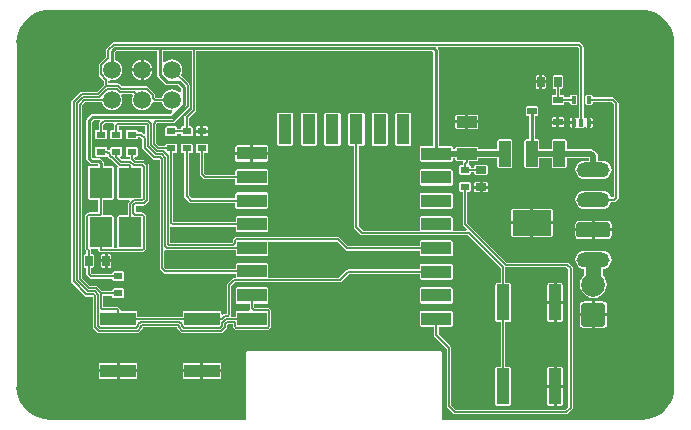
<source format=gtl>
G04 Layer_Physical_Order=1*
G04 Layer_Color=255*
%FSAX44Y44*%
%MOMM*%
G71*
G01*
G75*
G04:AMPARAMS|DCode=10|XSize=1.1mm|YSize=2.5mm|CornerRadius=0.0055mm|HoleSize=0mm|Usage=FLASHONLY|Rotation=270.000|XOffset=0mm|YOffset=0mm|HoleType=Round|Shape=RoundedRectangle|*
%AMROUNDEDRECTD10*
21,1,1.1000,2.4890,0,0,270.0*
21,1,1.0890,2.5000,0,0,270.0*
1,1,0.0110,-1.2445,-0.5445*
1,1,0.0110,-1.2445,0.5445*
1,1,0.0110,1.2445,0.5445*
1,1,0.0110,1.2445,-0.5445*
%
%ADD10ROUNDEDRECTD10*%
G04:AMPARAMS|DCode=11|XSize=1.1mm|YSize=2.5mm|CornerRadius=0.0055mm|HoleSize=0mm|Usage=FLASHONLY|Rotation=0.000|XOffset=0mm|YOffset=0mm|HoleType=Round|Shape=RoundedRectangle|*
%AMROUNDEDRECTD11*
21,1,1.1000,2.4890,0,0,0.0*
21,1,1.0890,2.5000,0,0,0.0*
1,1,0.0110,0.5445,-1.2445*
1,1,0.0110,-0.5445,-1.2445*
1,1,0.0110,-0.5445,1.2445*
1,1,0.0110,0.5445,1.2445*
%
%ADD11ROUNDEDRECTD11*%
G04:AMPARAMS|DCode=12|XSize=1.9mm|YSize=2.6mm|CornerRadius=0.0095mm|HoleSize=0mm|Usage=FLASHONLY|Rotation=0.000|XOffset=0mm|YOffset=0mm|HoleType=Round|Shape=RoundedRectangle|*
%AMROUNDEDRECTD12*
21,1,1.9000,2.5810,0,0,0.0*
21,1,1.8810,2.6000,0,0,0.0*
1,1,0.0190,0.9405,-1.2905*
1,1,0.0190,-0.9405,-1.2905*
1,1,0.0190,-0.9405,1.2905*
1,1,0.0190,0.9405,1.2905*
%
%ADD12ROUNDEDRECTD12*%
G04:AMPARAMS|DCode=13|XSize=3mm|YSize=1.1mm|CornerRadius=0.055mm|HoleSize=0mm|Usage=FLASHONLY|Rotation=0.000|XOffset=0mm|YOffset=0mm|HoleType=Round|Shape=RoundedRectangle|*
%AMROUNDEDRECTD13*
21,1,3.0000,0.9900,0,0,0.0*
21,1,2.8900,1.1000,0,0,0.0*
1,1,0.1100,1.4450,-0.4950*
1,1,0.1100,-1.4450,-0.4950*
1,1,0.1100,-1.4450,0.4950*
1,1,0.1100,1.4450,0.4950*
%
%ADD13ROUNDEDRECTD13*%
G04:AMPARAMS|DCode=14|XSize=3mm|YSize=1.1mm|CornerRadius=0.055mm|HoleSize=0mm|Usage=FLASHONLY|Rotation=270.000|XOffset=0mm|YOffset=0mm|HoleType=Round|Shape=RoundedRectangle|*
%AMROUNDEDRECTD14*
21,1,3.0000,0.9900,0,0,270.0*
21,1,2.8900,1.1000,0,0,270.0*
1,1,0.1100,-0.4950,-1.4450*
1,1,0.1100,-0.4950,1.4450*
1,1,0.1100,0.4950,1.4450*
1,1,0.1100,0.4950,-1.4450*
%
%ADD14ROUNDEDRECTD14*%
G04:AMPARAMS|DCode=15|XSize=1mm|YSize=2.15mm|CornerRadius=0.005mm|HoleSize=0mm|Usage=FLASHONLY|Rotation=0.000|XOffset=0mm|YOffset=0mm|HoleType=Round|Shape=RoundedRectangle|*
%AMROUNDEDRECTD15*
21,1,1.0000,2.1400,0,0,0.0*
21,1,0.9900,2.1500,0,0,0.0*
1,1,0.0100,0.4950,-1.0700*
1,1,0.0100,-0.4950,-1.0700*
1,1,0.0100,-0.4950,1.0700*
1,1,0.0100,0.4950,1.0700*
%
%ADD15ROUNDEDRECTD15*%
G04:AMPARAMS|DCode=16|XSize=3.25mm|YSize=2.15mm|CornerRadius=0.0108mm|HoleSize=0mm|Usage=FLASHONLY|Rotation=0.000|XOffset=0mm|YOffset=0mm|HoleType=Round|Shape=RoundedRectangle|*
%AMROUNDEDRECTD16*
21,1,3.2500,2.1285,0,0,0.0*
21,1,3.2285,2.1500,0,0,0.0*
1,1,0.0215,1.6142,-1.0642*
1,1,0.0215,-1.6142,-1.0642*
1,1,0.0215,-1.6142,1.0642*
1,1,0.0215,1.6142,1.0642*
%
%ADD16ROUNDEDRECTD16*%
G04:AMPARAMS|DCode=17|XSize=0.35mm|YSize=0.6mm|CornerRadius=0.0018mm|HoleSize=0mm|Usage=FLASHONLY|Rotation=180.000|XOffset=0mm|YOffset=0mm|HoleType=Round|Shape=RoundedRectangle|*
%AMROUNDEDRECTD17*
21,1,0.3500,0.5965,0,0,180.0*
21,1,0.3465,0.6000,0,0,180.0*
1,1,0.0035,-0.1732,0.2983*
1,1,0.0035,0.1732,0.2983*
1,1,0.0035,0.1732,-0.2983*
1,1,0.0035,-0.1732,-0.2983*
%
%ADD17ROUNDEDRECTD17*%
G04:AMPARAMS|DCode=18|XSize=0.85mm|YSize=0.6mm|CornerRadius=0.003mm|HoleSize=0mm|Usage=FLASHONLY|Rotation=270.000|XOffset=0mm|YOffset=0mm|HoleType=Round|Shape=RoundedRectangle|*
%AMROUNDEDRECTD18*
21,1,0.8500,0.5940,0,0,270.0*
21,1,0.8440,0.6000,0,0,270.0*
1,1,0.0060,-0.2970,-0.4220*
1,1,0.0060,-0.2970,0.4220*
1,1,0.0060,0.2970,0.4220*
1,1,0.0060,0.2970,-0.4220*
%
%ADD18ROUNDEDRECTD18*%
G04:AMPARAMS|DCode=19|XSize=0.75mm|YSize=0.55mm|CornerRadius=0.0028mm|HoleSize=0mm|Usage=FLASHONLY|Rotation=180.000|XOffset=0mm|YOffset=0mm|HoleType=Round|Shape=RoundedRectangle|*
%AMROUNDEDRECTD19*
21,1,0.7500,0.5445,0,0,180.0*
21,1,0.7445,0.5500,0,0,180.0*
1,1,0.0055,-0.3723,0.2722*
1,1,0.0055,0.3723,0.2722*
1,1,0.0055,0.3723,-0.2722*
1,1,0.0055,-0.3723,-0.2722*
%
%ADD19ROUNDEDRECTD19*%
G04:AMPARAMS|DCode=20|XSize=0.55mm|YSize=0.8mm|CornerRadius=0.0028mm|HoleSize=0mm|Usage=FLASHONLY|Rotation=270.000|XOffset=0mm|YOffset=0mm|HoleType=Round|Shape=RoundedRectangle|*
%AMROUNDEDRECTD20*
21,1,0.5500,0.7945,0,0,270.0*
21,1,0.5445,0.8000,0,0,270.0*
1,1,0.0055,-0.3972,-0.2722*
1,1,0.0055,-0.3972,0.2722*
1,1,0.0055,0.3972,0.2722*
1,1,0.0055,0.3972,-0.2722*
%
%ADD20ROUNDEDRECTD20*%
G04:AMPARAMS|DCode=21|XSize=1.65mm|YSize=0.95mm|CornerRadius=0.0048mm|HoleSize=0mm|Usage=FLASHONLY|Rotation=180.000|XOffset=0mm|YOffset=0mm|HoleType=Round|Shape=RoundedRectangle|*
%AMROUNDEDRECTD21*
21,1,1.6500,0.9405,0,0,180.0*
21,1,1.6405,0.9500,0,0,180.0*
1,1,0.0095,-0.8203,0.4703*
1,1,0.0095,0.8203,0.4703*
1,1,0.0095,0.8203,-0.4703*
1,1,0.0095,-0.8203,-0.4703*
%
%ADD21ROUNDEDRECTD21*%
G04:AMPARAMS|DCode=22|XSize=0.85mm|YSize=0.6mm|CornerRadius=0.003mm|HoleSize=0mm|Usage=FLASHONLY|Rotation=0.000|XOffset=0mm|YOffset=0mm|HoleType=Round|Shape=RoundedRectangle|*
%AMROUNDEDRECTD22*
21,1,0.8500,0.5940,0,0,0.0*
21,1,0.8440,0.6000,0,0,0.0*
1,1,0.0060,0.4220,-0.2970*
1,1,0.0060,-0.4220,-0.2970*
1,1,0.0060,-0.4220,0.2970*
1,1,0.0060,0.4220,0.2970*
%
%ADD22ROUNDEDRECTD22*%
%ADD23C,0.5080*%
%ADD24C,0.1270*%
%ADD25C,0.2540*%
%ADD26C,1.2700*%
%ADD27C,3.5000*%
%ADD28C,1.5000*%
%ADD29C,2.0000*%
G04:AMPARAMS|DCode=30|XSize=2mm|YSize=2mm|CornerRadius=0.2mm|HoleSize=0mm|Usage=FLASHONLY|Rotation=270.000|XOffset=0mm|YOffset=0mm|HoleType=Round|Shape=RoundedRectangle|*
%AMROUNDEDRECTD30*
21,1,2.0000,1.6000,0,0,270.0*
21,1,1.6000,2.0000,0,0,270.0*
1,1,0.4000,-0.8000,-0.8000*
1,1,0.4000,-0.8000,0.8000*
1,1,0.4000,0.8000,0.8000*
1,1,0.4000,0.8000,-0.8000*
%
%ADD30ROUNDEDRECTD30*%
G04:AMPARAMS|DCode=31|XSize=1.27mm|YSize=2.8mm|CornerRadius=0.635mm|HoleSize=0mm|Usage=FLASHONLY|Rotation=90.000|XOffset=0mm|YOffset=0mm|HoleType=Round|Shape=RoundedRectangle|*
%AMROUNDEDRECTD31*
21,1,1.2700,1.5300,0,0,90.0*
21,1,0.0000,2.8000,0,0,90.0*
1,1,1.2700,0.7650,0.0000*
1,1,1.2700,0.7650,0.0000*
1,1,1.2700,-0.7650,0.0000*
1,1,1.2700,-0.7650,0.0000*
%
%ADD31ROUNDEDRECTD31*%
G04:AMPARAMS|DCode=32|XSize=1.27mm|YSize=2.8mm|CornerRadius=0.1588mm|HoleSize=0mm|Usage=FLASHONLY|Rotation=90.000|XOffset=0mm|YOffset=0mm|HoleType=Round|Shape=RoundedRectangle|*
%AMROUNDEDRECTD32*
21,1,1.2700,2.4825,0,0,90.0*
21,1,0.9525,2.8000,0,0,90.0*
1,1,0.3175,1.2412,0.4763*
1,1,0.3175,1.2412,-0.4763*
1,1,0.3175,-1.2412,-0.4763*
1,1,0.3175,-1.2412,0.4763*
%
%ADD32ROUNDEDRECTD32*%
%ADD33O,3.0000X2.0000*%
%ADD34C,0.7000*%
G36*
X10534681Y10348214D02*
X10539001Y10347178D01*
X10543105Y10345477D01*
X10546893Y10343157D01*
X10550271Y10340271D01*
X10553157Y10336893D01*
X10555477Y10333105D01*
X10557178Y10329001D01*
X10558214Y10324681D01*
X10558551Y10320405D01*
X10558488Y10320253D01*
Y10028680D01*
X10558549Y10028534D01*
X10558225Y10024419D01*
X10557227Y10020262D01*
X10555591Y10016313D01*
X10553357Y10012669D01*
X10550581Y10009418D01*
X10547332Y10006642D01*
X10543687Y10004409D01*
X10539738Y10002773D01*
X10535581Y10001776D01*
X10531466Y10001451D01*
X10531320Y10001512D01*
X10361482D01*
Y10058400D01*
X10361079Y10059372D01*
X10360107Y10059775D01*
X10197293D01*
X10196321Y10059372D01*
X10195919Y10058400D01*
Y10001512D01*
X10029747D01*
X10029595Y10001449D01*
X10025319Y10001785D01*
X10020999Y10002822D01*
X10016895Y10004523D01*
X10013107Y10006844D01*
X10009729Y10009729D01*
X10006844Y10013107D01*
X10004523Y10016895D01*
X10002822Y10020999D01*
X10001785Y10025319D01*
X10001449Y10029595D01*
X10001512Y10029747D01*
Y10320253D01*
X10001449Y10320405D01*
X10001785Y10324681D01*
X10002822Y10329001D01*
X10004523Y10333105D01*
X10006844Y10336893D01*
X10009729Y10340271D01*
X10013107Y10343157D01*
X10016895Y10345477D01*
X10020999Y10347178D01*
X10025319Y10348214D01*
X10029595Y10348551D01*
X10029747Y10348488D01*
X10530253D01*
X10530405Y10348551D01*
X10534681Y10348214D01*
D02*
G37*
%LPC*%
G36*
X10448333Y10293079D02*
X10446633D01*
Y10288722D01*
X10449740D01*
Y10291671D01*
X10449327Y10292666D01*
X10448333Y10293079D01*
D02*
G37*
G36*
X10444093D02*
X10442393D01*
X10441398Y10292666D01*
X10440986Y10291671D01*
Y10288722D01*
X10444093D01*
Y10293079D01*
D02*
G37*
G36*
X10449740Y10286182D02*
X10446633D01*
Y10281824D01*
X10448333D01*
X10449327Y10282236D01*
X10449740Y10283231D01*
Y10286182D01*
D02*
G37*
G36*
X10444093D02*
X10440986D01*
Y10283231D01*
X10441398Y10282236D01*
X10442393Y10281824D01*
X10444093D01*
Y10286182D01*
D02*
G37*
G36*
X10462833Y10293079D02*
X10456893D01*
X10455898Y10292666D01*
X10455486Y10291671D01*
Y10283231D01*
X10455898Y10282236D01*
X10456893Y10281824D01*
X10457921D01*
Y10276536D01*
X10455890D01*
X10454897Y10276124D01*
X10454486Y10275131D01*
Y10269686D01*
X10454897Y10268693D01*
X10455890Y10268281D01*
X10463835D01*
X10464829Y10268693D01*
X10465240Y10269686D01*
Y10270466D01*
X10469148Y10270466D01*
X10470045Y10269568D01*
Y10269426D01*
X10470454Y10268441D01*
X10471439Y10268032D01*
X10474904D01*
X10475890Y10268441D01*
X10476298Y10269426D01*
Y10275391D01*
X10475890Y10276377D01*
X10474904Y10276785D01*
X10471439D01*
X10470454Y10276377D01*
X10470045Y10275391D01*
Y10274351D01*
X10465240Y10274351D01*
Y10275131D01*
X10464829Y10276124D01*
X10463835Y10276536D01*
X10461805D01*
Y10281824D01*
X10462833D01*
X10463828Y10282236D01*
X10464240Y10283231D01*
Y10291671D01*
X10463828Y10292666D01*
X10462833Y10293079D01*
D02*
G37*
G36*
X10477731Y10321073D02*
X10083755D01*
X10083011Y10320925D01*
X10082382Y10320504D01*
X10077822Y10315945D01*
X10077401Y10315315D01*
X10077253Y10314572D01*
Y10308599D01*
X10071592Y10302937D01*
X10071171Y10302307D01*
X10071023Y10301564D01*
Y10293772D01*
X10071171Y10293029D01*
X10071592Y10292399D01*
X10075480Y10288511D01*
Y10285017D01*
X10069753Y10279291D01*
X10056804D01*
X10056804Y10279291D01*
X10056061Y10279143D01*
X10055430Y10278722D01*
X10055430Y10278722D01*
X10048391Y10271682D01*
X10047969Y10271051D01*
X10047822Y10270308D01*
Y10118526D01*
X10047969Y10117783D01*
X10048391Y10117152D01*
X10059246Y10106297D01*
X10059246Y10106296D01*
X10059877Y10105875D01*
X10060620Y10105728D01*
X10065935D01*
X10066122Y10105540D01*
Y10079897D01*
X10066271Y10079153D01*
X10066692Y10078524D01*
X10069617Y10075598D01*
X10069617Y10075598D01*
X10070248Y10075176D01*
X10070991Y10075029D01*
X10070991Y10075029D01*
X10104029D01*
X10104772Y10075176D01*
X10105402Y10075598D01*
X10108328Y10078524D01*
X10108328Y10078524D01*
X10108749Y10079153D01*
X10108896Y10079894D01*
X10137123D01*
X10137271Y10079153D01*
X10137692Y10078524D01*
X10140618Y10075598D01*
X10140618Y10075598D01*
X10141248Y10075176D01*
X10141991Y10075029D01*
X10141991Y10075029D01*
X10175029D01*
X10175772Y10075176D01*
X10176403Y10075598D01*
X10179329Y10078524D01*
X10179329Y10078524D01*
X10179750Y10079153D01*
X10179897Y10079897D01*
X10179897Y10079897D01*
Y10081765D01*
X10180566Y10082433D01*
X10184554D01*
Y10080659D01*
X10184702Y10079916D01*
X10185123Y10079286D01*
X10186271Y10078138D01*
X10186901Y10077717D01*
X10187644Y10077568D01*
X10187644Y10077569D01*
X10214158D01*
X10214901Y10077717D01*
X10215531Y10078138D01*
X10216680Y10079286D01*
X10217100Y10079916D01*
X10217249Y10080659D01*
X10217249Y10080659D01*
Y10093173D01*
X10217249Y10093173D01*
X10217100Y10093916D01*
X10216680Y10094547D01*
X10215531Y10095695D01*
X10214901Y10096116D01*
X10214158Y10096263D01*
X10203359D01*
X10202843Y10096779D01*
Y10099849D01*
X10213346D01*
X10214360Y10100269D01*
X10214780Y10101283D01*
Y10112173D01*
X10214360Y10113187D01*
X10213346Y10113607D01*
X10188456D01*
X10187442Y10113187D01*
X10187022Y10112173D01*
Y10101283D01*
X10187442Y10100269D01*
X10188456Y10099849D01*
X10198959D01*
Y10095975D01*
X10199106Y10095231D01*
X10199218Y10095065D01*
X10198622Y10093795D01*
X10188456D01*
X10187442Y10093375D01*
X10187022Y10092361D01*
Y10088858D01*
X10183965D01*
X10183375Y10089670D01*
X10183204Y10090128D01*
X10183317Y10090696D01*
Y10114530D01*
X10186487Y10117701D01*
X10275092D01*
X10275834Y10117849D01*
X10276465Y10118270D01*
X10283047Y10124852D01*
X10342977D01*
Y10121349D01*
X10343398Y10120335D01*
X10344412Y10119915D01*
X10369302D01*
X10370316Y10120335D01*
X10370736Y10121349D01*
Y10132239D01*
X10370316Y10133253D01*
X10369302Y10133673D01*
X10344412D01*
X10343398Y10133253D01*
X10342977Y10132239D01*
Y10128737D01*
X10282242D01*
X10281499Y10128588D01*
X10280869Y10128167D01*
X10274286Y10121585D01*
X10214792D01*
X10214780Y10121603D01*
Y10132493D01*
X10214360Y10133507D01*
X10213346Y10133927D01*
X10188456D01*
X10187442Y10133507D01*
X10187022Y10132493D01*
Y10128990D01*
X10128224D01*
X10126755Y10130460D01*
Y10144595D01*
X10128025Y10145182D01*
X10128201Y10145065D01*
X10128944Y10144918D01*
X10187022D01*
Y10141415D01*
X10187442Y10140401D01*
X10188456Y10139981D01*
X10213346D01*
X10214360Y10140401D01*
X10214780Y10141415D01*
Y10152305D01*
X10214792Y10152323D01*
X10273135D01*
X10280225Y10145233D01*
X10280854Y10144811D01*
X10281598Y10144664D01*
X10342977D01*
Y10141161D01*
X10343398Y10140147D01*
X10344412Y10139727D01*
X10369302D01*
X10370316Y10140147D01*
X10370736Y10141161D01*
Y10152051D01*
X10370316Y10153065D01*
X10369302Y10153485D01*
X10344412D01*
X10343398Y10153065D01*
X10342977Y10152051D01*
Y10148549D01*
X10282402D01*
X10275312Y10155638D01*
X10274683Y10156060D01*
X10273939Y10156207D01*
X10187644D01*
X10187644Y10156207D01*
X10186901Y10156060D01*
X10186271Y10155638D01*
X10185123Y10154490D01*
X10184702Y10153860D01*
X10184554Y10153117D01*
Y10151995D01*
X10183901Y10151342D01*
X10131835D01*
Y10164453D01*
X10133105Y10165132D01*
X10133105Y10165131D01*
X10133849Y10164984D01*
X10187022D01*
Y10161481D01*
X10187442Y10160467D01*
X10188456Y10160047D01*
X10213346D01*
X10214360Y10160467D01*
X10214780Y10161481D01*
Y10172371D01*
X10214360Y10173385D01*
X10213346Y10173805D01*
X10188456D01*
X10187442Y10173385D01*
X10187022Y10172371D01*
Y10168868D01*
X10134653D01*
X10134375Y10169146D01*
Y10227049D01*
X10136155D01*
X10137148Y10227460D01*
X10137560Y10228453D01*
Y10233898D01*
X10137148Y10234891D01*
X10136155Y10235303D01*
X10128710D01*
X10127717Y10234891D01*
X10127306Y10233898D01*
Y10233118D01*
X10122141D01*
X10119525Y10235734D01*
Y10251144D01*
X10120673Y10252291D01*
X10133825D01*
X10134568Y10252439D01*
X10135198Y10252860D01*
X10147758Y10265421D01*
X10148179Y10266051D01*
X10148327Y10266794D01*
Y10284453D01*
X10148179Y10285197D01*
X10147758Y10285826D01*
X10147758Y10285826D01*
X10140618Y10292968D01*
X10140831Y10293245D01*
X10141714Y10295378D01*
X10142016Y10297668D01*
X10141714Y10299957D01*
X10140831Y10302091D01*
X10139425Y10303923D01*
X10137593Y10305328D01*
X10135460Y10306212D01*
X10133170Y10306514D01*
X10130881Y10306212D01*
X10128747Y10305328D01*
X10126990Y10303979D01*
X10126496Y10304065D01*
X10125720Y10304329D01*
Y10313367D01*
X10149930D01*
Y10264827D01*
X10144102Y10258999D01*
X10143681Y10258369D01*
X10143533Y10257626D01*
Y10249803D01*
X10141753D01*
X10140760Y10249392D01*
X10140349Y10248398D01*
Y10247618D01*
X10137560D01*
Y10248398D01*
X10137148Y10249392D01*
X10136155Y10249803D01*
X10128710D01*
X10127717Y10249392D01*
X10127306Y10248398D01*
Y10242954D01*
X10127717Y10241960D01*
X10128710Y10241549D01*
X10136155D01*
X10137148Y10241960D01*
X10137560Y10242954D01*
Y10243734D01*
X10140349D01*
Y10242954D01*
X10140760Y10241960D01*
X10141753Y10241549D01*
X10149198D01*
X10150191Y10241960D01*
X10150602Y10242954D01*
Y10248398D01*
X10150191Y10249392D01*
X10149198Y10249803D01*
X10147418D01*
Y10256821D01*
X10153245Y10262649D01*
X10153666Y10263279D01*
X10153814Y10264022D01*
Y10313367D01*
X10353491D01*
X10354268Y10312590D01*
Y10233495D01*
X10344412D01*
X10343398Y10233075D01*
X10342977Y10232061D01*
Y10221171D01*
X10343398Y10220157D01*
X10344412Y10219737D01*
X10369302D01*
X10370316Y10220157D01*
X10370736Y10221171D01*
Y10222731D01*
X10373037D01*
Y10221913D01*
X10373455Y10220905D01*
X10374463Y10220488D01*
X10379266D01*
X10379756Y10219496D01*
X10379816Y10219218D01*
X10379440Y10218655D01*
X10379292Y10217912D01*
Y10217097D01*
X10377511D01*
X10376519Y10216686D01*
X10376107Y10215693D01*
Y10210248D01*
X10376519Y10209255D01*
X10377511Y10208843D01*
X10384956D01*
X10385950Y10209255D01*
X10386361Y10210248D01*
Y10211028D01*
X10389149D01*
Y10210000D01*
X10389562Y10209005D01*
X10390557Y10208593D01*
X10398997D01*
X10399991Y10209005D01*
X10400404Y10210000D01*
Y10215940D01*
X10399991Y10216935D01*
X10398997Y10217347D01*
X10390557D01*
X10389562Y10216935D01*
X10389149Y10215940D01*
Y10214912D01*
X10386361D01*
Y10215693D01*
X10385950Y10216686D01*
X10384956Y10217097D01*
X10384948D01*
X10384773Y10217264D01*
X10384304Y10218367D01*
X10384460Y10218600D01*
X10384608Y10219343D01*
X10384872Y10220488D01*
X10390868D01*
X10391876Y10220905D01*
X10392294Y10221913D01*
Y10222731D01*
X10408484D01*
Y10215916D01*
X10408903Y10214905D01*
X10409913Y10214487D01*
X10419813D01*
X10420823Y10214905D01*
X10421241Y10215916D01*
Y10237316D01*
X10420823Y10238326D01*
X10419813Y10238745D01*
X10409913D01*
X10408903Y10238326D01*
X10408484Y10237316D01*
Y10230500D01*
X10392294D01*
Y10231318D01*
X10391876Y10232327D01*
X10390868Y10232745D01*
X10374463D01*
X10373455Y10232327D01*
X10373037Y10231318D01*
Y10230500D01*
X10370736D01*
Y10232061D01*
X10370316Y10233075D01*
X10369302Y10233495D01*
X10359447D01*
Y10313663D01*
X10359249Y10314655D01*
X10358688Y10315494D01*
X10358167Y10316016D01*
X10358654Y10317189D01*
X10476926D01*
X10477729Y10316385D01*
Y10257825D01*
X10476592Y10256876D01*
X10475890D01*
X10475625Y10256986D01*
X10474904Y10257285D01*
X10474442D01*
Y10252909D01*
Y10248533D01*
X10474904D01*
X10475890Y10248940D01*
X10476953D01*
X10477218Y10248831D01*
X10477939Y10248533D01*
X10481404D01*
X10482389Y10248940D01*
X10483453D01*
X10483718Y10248831D01*
X10484440Y10248533D01*
X10484902D01*
Y10252909D01*
Y10257285D01*
X10484440D01*
X10483453Y10256876D01*
X10482389D01*
X10482124Y10256986D01*
X10481614Y10257197D01*
Y10317190D01*
X10481614Y10317190D01*
X10481466Y10317933D01*
X10481045Y10318563D01*
X10479104Y10320504D01*
X10478473Y10320925D01*
X10477731Y10321073D01*
D02*
G37*
G36*
X10390868Y10259745D02*
X10383936D01*
Y10254885D01*
X10392294D01*
Y10258319D01*
X10391876Y10259327D01*
X10390868Y10259745D01*
D02*
G37*
G36*
X10381396D02*
X10374463D01*
X10373455Y10259327D01*
X10373037Y10258319D01*
Y10254885D01*
X10381396D01*
Y10259745D01*
D02*
G37*
G36*
X10463835Y10257535D02*
X10461133D01*
Y10254679D01*
X10465240D01*
Y10256132D01*
X10464829Y10257124D01*
X10463835Y10257535D01*
D02*
G37*
G36*
X10458593D02*
X10455890D01*
X10454897Y10257124D01*
X10454486Y10256132D01*
Y10254679D01*
X10458593D01*
Y10257535D01*
D02*
G37*
G36*
X10487904Y10257285D02*
X10487441D01*
Y10254178D01*
X10489298D01*
Y10255891D01*
X10488889Y10256876D01*
X10487904Y10257285D01*
D02*
G37*
G36*
X10471902D02*
X10471439D01*
X10470454Y10256876D01*
X10470045Y10255891D01*
Y10254178D01*
X10471902D01*
Y10257285D01*
D02*
G37*
G36*
X10465240Y10252139D02*
X10461133D01*
Y10249281D01*
X10463835D01*
X10464829Y10249694D01*
X10465240Y10250686D01*
Y10252139D01*
D02*
G37*
G36*
X10458593D02*
X10454486D01*
Y10250686D01*
X10454897Y10249694D01*
X10455890Y10249281D01*
X10458593D01*
Y10252139D01*
D02*
G37*
G36*
X10489298Y10251639D02*
X10487441D01*
Y10248533D01*
X10487904D01*
X10488889Y10248940D01*
X10489298Y10249926D01*
Y10251639D01*
D02*
G37*
G36*
X10471902D02*
X10470045D01*
Y10249926D01*
X10470454Y10248940D01*
X10471439Y10248533D01*
X10471902D01*
Y10251639D01*
D02*
G37*
G36*
X10392294Y10252346D02*
X10383936D01*
Y10247488D01*
X10390868D01*
X10391876Y10247905D01*
X10392294Y10248914D01*
Y10252346D01*
D02*
G37*
G36*
X10381396D02*
X10373037D01*
Y10248914D01*
X10373455Y10247905D01*
X10374463Y10247488D01*
X10381396D01*
Y10252346D01*
D02*
G37*
G36*
X10162241Y10249803D02*
X10159789D01*
Y10246946D01*
X10163645D01*
Y10248398D01*
X10163234Y10249392D01*
X10162241Y10249803D01*
D02*
G37*
G36*
X10157249D02*
X10154796D01*
X10153802Y10249392D01*
X10153391Y10248398D01*
Y10246946D01*
X10157249D01*
Y10249803D01*
D02*
G37*
G36*
X10163645Y10244406D02*
X10159789D01*
Y10241549D01*
X10162241D01*
X10163234Y10241960D01*
X10163645Y10242954D01*
Y10244406D01*
D02*
G37*
G36*
X10157249D02*
X10153391D01*
Y10242954D01*
X10153802Y10241960D01*
X10154796Y10241549D01*
X10157249D01*
Y10244406D01*
D02*
G37*
G36*
X10334362Y10261323D02*
X10323472D01*
X10322458Y10260903D01*
X10322037Y10259889D01*
Y10234999D01*
X10322458Y10233985D01*
X10323472Y10233565D01*
X10334362D01*
X10335376Y10233985D01*
X10335796Y10234999D01*
Y10259889D01*
X10335376Y10260903D01*
X10334362Y10261323D01*
D02*
G37*
G36*
X10314550D02*
X10303660D01*
X10302646Y10260903D01*
X10302225Y10259889D01*
Y10234999D01*
X10302646Y10233985D01*
X10303660Y10233565D01*
X10314550D01*
X10315564Y10233985D01*
X10315984Y10234999D01*
Y10259889D01*
X10315564Y10260903D01*
X10314550Y10261323D01*
D02*
G37*
G36*
X10274418D02*
X10263528D01*
X10262513Y10260903D01*
X10262094Y10259889D01*
Y10234999D01*
X10262513Y10233985D01*
X10263528Y10233565D01*
X10274418D01*
X10275432Y10233985D01*
X10275852Y10234999D01*
Y10259889D01*
X10275432Y10260903D01*
X10274418Y10261323D01*
D02*
G37*
G36*
X10254606D02*
X10243716D01*
X10242701Y10260903D01*
X10242281Y10259889D01*
Y10234999D01*
X10242701Y10233985D01*
X10243716Y10233565D01*
X10254606D01*
X10255620Y10233985D01*
X10256040Y10234999D01*
Y10259889D01*
X10255620Y10260903D01*
X10254606Y10261323D01*
D02*
G37*
G36*
X10234286D02*
X10223396D01*
X10222382Y10260903D01*
X10221962Y10259889D01*
Y10234999D01*
X10222382Y10233985D01*
X10223396Y10233565D01*
X10234286D01*
X10235300Y10233985D01*
X10235720Y10234999D01*
Y10259889D01*
X10235300Y10260903D01*
X10234286Y10261323D01*
D02*
G37*
G36*
X10213092Y10233749D02*
X10201917D01*
Y10228140D01*
X10214526D01*
Y10232315D01*
X10214106Y10233329D01*
X10213092Y10233749D01*
D02*
G37*
G36*
X10199377D02*
X10188202D01*
X10187188Y10233329D01*
X10186768Y10232315D01*
Y10228140D01*
X10199377D01*
Y10233749D01*
D02*
G37*
G36*
X10214526Y10225600D02*
X10201917D01*
Y10219991D01*
X10213092D01*
X10214106Y10220411D01*
X10214526Y10221425D01*
Y10225600D01*
D02*
G37*
G36*
X10199377D02*
X10186768D01*
Y10221425D01*
X10187188Y10220411D01*
X10188202Y10219991D01*
X10199377D01*
Y10225600D01*
D02*
G37*
G36*
X10441836Y10267035D02*
X10433890D01*
X10432898Y10266624D01*
X10432487Y10265631D01*
Y10260186D01*
X10432898Y10259193D01*
X10433890Y10258782D01*
X10435273D01*
Y10238745D01*
X10432913D01*
X10431903Y10238326D01*
X10431484Y10237316D01*
Y10215916D01*
X10431903Y10214905D01*
X10432913Y10214487D01*
X10442812D01*
X10443823Y10214905D01*
X10444242Y10215916D01*
Y10222731D01*
X10454485D01*
Y10215916D01*
X10454902Y10214905D01*
X10455913Y10214487D01*
X10465813D01*
X10466824Y10214905D01*
X10467241Y10215916D01*
Y10222731D01*
X10486095D01*
Y10220786D01*
X10482330D01*
X10480341Y10220524D01*
X10478488Y10219756D01*
X10476896Y10218535D01*
X10475674Y10216943D01*
X10474906Y10215089D01*
X10474645Y10213100D01*
X10474906Y10211111D01*
X10475674Y10209257D01*
X10476896Y10207665D01*
X10478488Y10206444D01*
X10480341Y10205676D01*
X10482330Y10205414D01*
X10497629D01*
X10499619Y10205676D01*
X10501473Y10206444D01*
X10503065Y10207665D01*
X10504286Y10209257D01*
X10505054Y10211111D01*
X10505316Y10213100D01*
X10505054Y10215089D01*
X10504286Y10216943D01*
X10503065Y10218535D01*
X10501473Y10219756D01*
X10499619Y10220524D01*
X10497629Y10220786D01*
X10493865D01*
Y10224736D01*
X10493569Y10226223D01*
X10492727Y10227483D01*
X10490847Y10229363D01*
X10489586Y10230205D01*
X10488101Y10230500D01*
X10467241D01*
Y10237316D01*
X10466824Y10238326D01*
X10465813Y10238745D01*
X10455913D01*
X10454902Y10238326D01*
X10454485Y10237316D01*
Y10230500D01*
X10444242D01*
Y10237316D01*
X10443823Y10238326D01*
X10442812Y10238745D01*
X10440453D01*
Y10258782D01*
X10441836D01*
X10442828Y10259193D01*
X10443240Y10260186D01*
Y10265631D01*
X10442828Y10266624D01*
X10441836Y10267035D01*
D02*
G37*
G36*
X10162241Y10235303D02*
X10154796D01*
X10153802Y10234891D01*
X10153391Y10233898D01*
Y10228453D01*
X10153802Y10227460D01*
X10154796Y10227049D01*
X10156575D01*
Y10209488D01*
X10156724Y10208745D01*
X10157145Y10208115D01*
X10159828Y10205430D01*
X10159828Y10205430D01*
X10160459Y10205010D01*
X10161202Y10204861D01*
X10161202Y10204861D01*
X10186768D01*
Y10201359D01*
X10187188Y10200345D01*
X10188202Y10199925D01*
X10213092D01*
X10214106Y10200345D01*
X10214526Y10201359D01*
Y10212249D01*
X10214106Y10213263D01*
X10213092Y10213683D01*
X10188202D01*
X10187188Y10213263D01*
X10186768Y10212249D01*
Y10208746D01*
X10162006D01*
X10160460Y10210293D01*
Y10227049D01*
X10162241D01*
X10163234Y10227460D01*
X10163645Y10228453D01*
Y10233898D01*
X10163234Y10234891D01*
X10162241Y10235303D01*
D02*
G37*
G36*
X10398997Y10202847D02*
X10396046D01*
Y10199740D01*
X10400404D01*
Y10201440D01*
X10399991Y10202435D01*
X10398997Y10202847D01*
D02*
G37*
G36*
X10393507D02*
X10390557D01*
X10389562Y10202435D01*
X10389149Y10201440D01*
Y10199740D01*
X10393507D01*
Y10202847D01*
D02*
G37*
G36*
X10369302Y10213429D02*
X10344412D01*
X10343398Y10213009D01*
X10342977Y10211995D01*
Y10201105D01*
X10343398Y10200091D01*
X10344412Y10199671D01*
X10369302D01*
X10370316Y10200091D01*
X10370736Y10201105D01*
Y10211995D01*
X10370316Y10213009D01*
X10369302Y10213429D01*
D02*
G37*
G36*
X10400404Y10197200D02*
X10396046D01*
Y10194093D01*
X10398997D01*
X10399991Y10194505D01*
X10400404Y10195500D01*
Y10197200D01*
D02*
G37*
G36*
X10393507D02*
X10389149D01*
Y10195500D01*
X10389562Y10194505D01*
X10390557Y10194093D01*
X10393507D01*
Y10197200D01*
D02*
G37*
G36*
X10487904Y10276785D02*
X10484440D01*
X10483453Y10276377D01*
X10483046Y10275391D01*
Y10269426D01*
X10483453Y10268441D01*
X10484440Y10268032D01*
X10487904D01*
X10488889Y10268441D01*
X10489298Y10269426D01*
Y10270466D01*
X10505511D01*
X10507307Y10268669D01*
Y10190015D01*
X10506936Y10189642D01*
X10505060D01*
X10505054Y10189689D01*
X10504286Y10191543D01*
X10503065Y10193135D01*
X10501473Y10194356D01*
X10499619Y10195124D01*
X10497629Y10195386D01*
X10482330D01*
X10480341Y10195124D01*
X10478488Y10194356D01*
X10476896Y10193135D01*
X10475674Y10191543D01*
X10474906Y10189689D01*
X10474645Y10187700D01*
X10474906Y10185711D01*
X10475674Y10183857D01*
X10476896Y10182265D01*
X10478488Y10181044D01*
X10480341Y10180276D01*
X10482330Y10180014D01*
X10497629D01*
X10499619Y10180276D01*
X10501473Y10181044D01*
X10503065Y10182265D01*
X10504286Y10183857D01*
X10505054Y10185711D01*
X10505060Y10185757D01*
X10507740D01*
X10508484Y10185906D01*
X10509114Y10186327D01*
X10510624Y10187836D01*
X10510624Y10187836D01*
X10511045Y10188467D01*
X10511193Y10189210D01*
X10511193Y10189210D01*
Y10269474D01*
X10511045Y10270217D01*
X10510624Y10270847D01*
X10507689Y10273782D01*
X10507059Y10274203D01*
X10506316Y10274351D01*
X10489298D01*
Y10275391D01*
X10488889Y10276377D01*
X10487904Y10276785D01*
D02*
G37*
G36*
X10149198Y10235303D02*
X10141753D01*
X10140760Y10234891D01*
X10140349Y10233898D01*
Y10228453D01*
X10140760Y10227460D01*
X10141753Y10227049D01*
X10143533D01*
Y10190527D01*
X10143681Y10189783D01*
X10144102Y10189153D01*
X10147637Y10185619D01*
X10147637Y10185619D01*
X10148267Y10185198D01*
X10149010Y10185049D01*
X10149010Y10185049D01*
X10186768D01*
Y10181547D01*
X10187188Y10180533D01*
X10188202Y10180113D01*
X10213092D01*
X10214106Y10180533D01*
X10214526Y10181547D01*
Y10192437D01*
X10214106Y10193451D01*
X10213092Y10193871D01*
X10188202D01*
X10187188Y10193451D01*
X10186768Y10192437D01*
Y10188934D01*
X10149814D01*
X10147418Y10191331D01*
Y10227049D01*
X10149198D01*
X10150191Y10227460D01*
X10150602Y10228453D01*
Y10233898D01*
X10150191Y10234891D01*
X10149198Y10235303D01*
D02*
G37*
G36*
X10369302Y10193617D02*
X10344412D01*
X10343398Y10193197D01*
X10342977Y10192183D01*
Y10181293D01*
X10343398Y10180279D01*
X10344412Y10179859D01*
X10369302D01*
X10370316Y10180279D01*
X10370736Y10181293D01*
Y10192183D01*
X10370316Y10193197D01*
X10369302Y10193617D01*
D02*
G37*
G36*
X10454005Y10180250D02*
X10439133D01*
Y10169386D01*
X10455497D01*
Y10178759D01*
X10455060Y10179813D01*
X10454005Y10180250D01*
D02*
G37*
G36*
X10436593D02*
X10421720D01*
X10420667Y10179813D01*
X10420229Y10178759D01*
Y10169386D01*
X10436593D01*
Y10180250D01*
D02*
G37*
G36*
X10502393Y10169976D02*
X10491250D01*
Y10163571D01*
X10505306D01*
Y10167062D01*
X10505084Y10168177D01*
X10504453Y10169122D01*
X10503507Y10169754D01*
X10502393Y10169976D01*
D02*
G37*
G36*
X10488710D02*
X10477567D01*
X10476453Y10169754D01*
X10475508Y10169122D01*
X10474875Y10168177D01*
X10474655Y10167062D01*
Y10163571D01*
X10488710D01*
Y10169976D01*
D02*
G37*
G36*
X10455497Y10166846D02*
X10439133D01*
Y10155983D01*
X10454005D01*
X10455060Y10156419D01*
X10455497Y10157474D01*
Y10166846D01*
D02*
G37*
G36*
X10436593D02*
X10420229D01*
Y10157474D01*
X10420667Y10156419D01*
X10421720Y10155983D01*
X10436593D01*
Y10166846D01*
D02*
G37*
G36*
X10505306Y10161030D02*
X10491250D01*
Y10154624D01*
X10502393D01*
X10503507Y10154846D01*
X10504453Y10155477D01*
X10505084Y10156423D01*
X10505306Y10157537D01*
Y10161030D01*
D02*
G37*
G36*
X10488710D02*
X10474655D01*
Y10157537D01*
X10474875Y10156423D01*
X10475508Y10155477D01*
X10476453Y10154846D01*
X10477567Y10154624D01*
X10488710D01*
Y10161030D01*
D02*
G37*
G36*
X10497629Y10144586D02*
X10482330D01*
X10480341Y10144324D01*
X10478488Y10143556D01*
X10476896Y10142335D01*
X10475674Y10140743D01*
X10474906Y10138889D01*
X10474645Y10136900D01*
X10474906Y10134911D01*
X10475674Y10133057D01*
X10476896Y10131465D01*
X10478488Y10130244D01*
X10480341Y10129476D01*
X10482294Y10129219D01*
Y10124148D01*
X10481942Y10123878D01*
X10480135Y10121523D01*
X10479000Y10118782D01*
X10478613Y10115840D01*
X10479000Y10112898D01*
X10480135Y10110156D01*
X10481942Y10107802D01*
X10484297Y10105995D01*
X10487039Y10104860D01*
X10489980Y10104473D01*
X10492922Y10104860D01*
X10495664Y10105995D01*
X10498018Y10107802D01*
X10499824Y10110156D01*
X10500959Y10112898D01*
X10501348Y10115840D01*
X10500959Y10118782D01*
X10499824Y10121523D01*
X10498018Y10123878D01*
X10497666Y10124148D01*
Y10129219D01*
X10499619Y10129476D01*
X10501473Y10130244D01*
X10503065Y10131465D01*
X10504286Y10133057D01*
X10505054Y10134911D01*
X10505316Y10136900D01*
X10505054Y10138889D01*
X10504286Y10140743D01*
X10503065Y10142335D01*
X10501473Y10143556D01*
X10499619Y10144324D01*
X10497629Y10144586D01*
D02*
G37*
G36*
X10462438Y10117076D02*
X10458757D01*
Y10102042D01*
X10464293D01*
Y10115221D01*
X10464153Y10115931D01*
X10463750Y10116533D01*
X10463148Y10116935D01*
X10462438Y10117076D01*
D02*
G37*
G36*
X10456218D02*
X10452538D01*
X10451827Y10116935D01*
X10451226Y10116533D01*
X10450824Y10115931D01*
X10450682Y10115221D01*
Y10102042D01*
X10456218D01*
Y10117076D01*
D02*
G37*
G36*
X10369302Y10113607D02*
X10344412D01*
X10343398Y10113187D01*
X10342977Y10112173D01*
Y10101283D01*
X10343398Y10100269D01*
X10344412Y10099849D01*
X10369302D01*
X10370316Y10100269D01*
X10370736Y10101283D01*
Y10112173D01*
X10370316Y10113187D01*
X10369302Y10113607D01*
D02*
G37*
G36*
X10497980Y10101774D02*
X10491250D01*
Y10091710D01*
X10501315D01*
Y10098440D01*
X10501061Y10099716D01*
X10500337Y10100798D01*
X10499255Y10101520D01*
X10497980Y10101774D01*
D02*
G37*
G36*
X10488710D02*
X10481980D01*
X10480704Y10101520D01*
X10479623Y10100798D01*
X10478900Y10099716D01*
X10478646Y10098440D01*
Y10091710D01*
X10488710D01*
Y10101774D01*
D02*
G37*
G36*
X10464293Y10099501D02*
X10458757D01*
Y10084465D01*
X10462438D01*
X10463148Y10084606D01*
X10463750Y10085009D01*
X10464153Y10085611D01*
X10464293Y10086321D01*
Y10099501D01*
D02*
G37*
G36*
X10456218D02*
X10450682D01*
Y10086321D01*
X10450824Y10085611D01*
X10451226Y10085009D01*
X10451827Y10084606D01*
X10452538Y10084465D01*
X10456218D01*
Y10099501D01*
D02*
G37*
G36*
X10501315Y10089169D02*
X10491250D01*
Y10079106D01*
X10497980D01*
X10499255Y10079360D01*
X10500337Y10080082D01*
X10501061Y10081164D01*
X10501315Y10082440D01*
Y10089169D01*
D02*
G37*
G36*
X10488710D02*
X10478646D01*
Y10082440D01*
X10478900Y10081164D01*
X10479623Y10080082D01*
X10480704Y10079360D01*
X10481980Y10079106D01*
X10488710D01*
Y10089169D01*
D02*
G37*
G36*
X10172960Y10049722D02*
X10159780D01*
Y10044186D01*
X10174816D01*
Y10047866D01*
X10174675Y10048576D01*
X10174272Y10049178D01*
X10173670Y10049581D01*
X10172960Y10049722D01*
D02*
G37*
G36*
X10157240D02*
X10144060D01*
X10143350Y10049581D01*
X10142748Y10049178D01*
X10142346Y10048576D01*
X10142205Y10047866D01*
Y10044186D01*
X10157240D01*
Y10049722D01*
D02*
G37*
G36*
X10101960D02*
X10088780D01*
Y10044186D01*
X10103816D01*
Y10047866D01*
X10103674Y10048576D01*
X10103272Y10049178D01*
X10102670Y10049581D01*
X10101960Y10049722D01*
D02*
G37*
G36*
X10086240D02*
X10073060D01*
X10072350Y10049581D01*
X10071748Y10049178D01*
X10071346Y10048576D01*
X10071204Y10047866D01*
Y10044186D01*
X10086240D01*
Y10049722D01*
D02*
G37*
G36*
X10174816Y10041646D02*
X10159780D01*
Y10036110D01*
X10172960D01*
X10173670Y10036252D01*
X10174272Y10036654D01*
X10174675Y10037256D01*
X10174816Y10037966D01*
Y10041646D01*
D02*
G37*
G36*
X10157240D02*
X10142205D01*
Y10037966D01*
X10142346Y10037256D01*
X10142748Y10036654D01*
X10143350Y10036252D01*
X10144060Y10036110D01*
X10157240D01*
Y10041646D01*
D02*
G37*
G36*
X10103816D02*
X10088780D01*
Y10036110D01*
X10101960D01*
X10102670Y10036252D01*
X10103272Y10036654D01*
X10103674Y10037256D01*
X10103816Y10037966D01*
Y10041646D01*
D02*
G37*
G36*
X10086240D02*
X10071204D01*
Y10037966D01*
X10071346Y10037256D01*
X10071748Y10036654D01*
X10072350Y10036252D01*
X10073060Y10036110D01*
X10086240D01*
Y10041646D01*
D02*
G37*
G36*
X10462438Y10046077D02*
X10458759D01*
Y10031041D01*
X10464293D01*
Y10044221D01*
X10464153Y10044931D01*
X10463750Y10045533D01*
X10463148Y10045936D01*
X10462438Y10046077D01*
D02*
G37*
G36*
X10456218D02*
X10452538D01*
X10451827Y10045936D01*
X10451226Y10045533D01*
X10450824Y10044931D01*
X10450682Y10044221D01*
Y10031041D01*
X10456218D01*
Y10046077D01*
D02*
G37*
G36*
X10464293Y10028501D02*
X10458759D01*
Y10013466D01*
X10462438D01*
X10463148Y10013607D01*
X10463750Y10014009D01*
X10464153Y10014611D01*
X10464293Y10015321D01*
Y10028501D01*
D02*
G37*
G36*
X10456218D02*
X10450682D01*
Y10015321D01*
X10450824Y10014611D01*
X10451226Y10014009D01*
X10451827Y10013607D01*
X10452538Y10013466D01*
X10456218D01*
Y10028501D01*
D02*
G37*
G36*
X10294738Y10261323D02*
X10283848D01*
X10282834Y10260903D01*
X10282413Y10259889D01*
Y10234999D01*
X10282834Y10233985D01*
X10283848Y10233565D01*
X10287351D01*
Y10164565D01*
X10287499Y10163821D01*
X10287920Y10163192D01*
X10292964Y10158148D01*
X10293594Y10157726D01*
X10294337Y10157579D01*
X10384164D01*
X10411545Y10130197D01*
Y10117076D01*
X10408538D01*
X10407827Y10116935D01*
X10407225Y10116533D01*
X10406824Y10115931D01*
X10406682Y10115221D01*
Y10086321D01*
X10406824Y10085611D01*
X10407225Y10085009D01*
X10407827Y10084606D01*
X10408538Y10084465D01*
X10411545D01*
Y10046077D01*
X10408538D01*
X10407827Y10045936D01*
X10407225Y10045533D01*
X10406824Y10044931D01*
X10406682Y10044221D01*
Y10015321D01*
X10406824Y10014611D01*
X10407225Y10014009D01*
X10407827Y10013607D01*
X10408538Y10013466D01*
X10418438D01*
X10419148Y10013607D01*
X10419750Y10014009D01*
X10420153Y10014611D01*
X10420293Y10015321D01*
Y10044221D01*
X10420153Y10044931D01*
X10419750Y10045533D01*
X10419148Y10045936D01*
X10418438Y10046077D01*
X10415430D01*
Y10084465D01*
X10418438D01*
X10419148Y10084606D01*
X10419750Y10085009D01*
X10420153Y10085611D01*
X10420293Y10086321D01*
Y10115221D01*
X10420153Y10115931D01*
X10419750Y10116533D01*
X10419148Y10116935D01*
X10418438Y10117076D01*
X10415430D01*
Y10130558D01*
X10415513Y10130626D01*
X10467043D01*
X10468700Y10128970D01*
Y10012468D01*
X10466282Y10010050D01*
X10373656D01*
X10369460Y10014246D01*
Y10062464D01*
X10369460Y10062464D01*
X10369313Y10063207D01*
X10368892Y10063837D01*
X10358799Y10073929D01*
Y10080037D01*
X10369302D01*
X10370316Y10080457D01*
X10370736Y10081471D01*
Y10092361D01*
X10370316Y10093375D01*
X10369302Y10093795D01*
X10344412D01*
X10343398Y10093375D01*
X10342977Y10092361D01*
Y10081471D01*
X10343398Y10080457D01*
X10344412Y10080037D01*
X10354915D01*
Y10073125D01*
X10355062Y10072382D01*
X10355483Y10071752D01*
X10365576Y10061660D01*
Y10013442D01*
X10365724Y10012699D01*
X10366145Y10012068D01*
X10371478Y10006735D01*
X10372108Y10006313D01*
X10372852Y10006166D01*
X10467086D01*
X10467830Y10006313D01*
X10468459Y10006735D01*
X10472015Y10010291D01*
X10472437Y10010920D01*
X10472584Y10011664D01*
Y10129774D01*
X10472437Y10130518D01*
X10472015Y10131147D01*
X10472015Y10131147D01*
X10469221Y10133942D01*
X10468591Y10134363D01*
X10467848Y10134510D01*
X10416317D01*
X10383176Y10167651D01*
Y10194343D01*
X10384956D01*
X10385950Y10194755D01*
X10386361Y10195748D01*
Y10201193D01*
X10385950Y10202186D01*
X10384956Y10202597D01*
X10377511D01*
X10376519Y10202186D01*
X10376107Y10201193D01*
Y10195748D01*
X10376519Y10194755D01*
X10377511Y10194343D01*
X10379292D01*
Y10166847D01*
X10379440Y10166104D01*
X10379861Y10165474D01*
X10382698Y10162637D01*
X10382212Y10161463D01*
X10370748D01*
X10370736Y10161481D01*
Y10172371D01*
X10370316Y10173385D01*
X10369302Y10173805D01*
X10344412D01*
X10343398Y10173385D01*
X10342977Y10172371D01*
Y10161481D01*
X10342966Y10161463D01*
X10295142D01*
X10291235Y10165370D01*
Y10233565D01*
X10294738D01*
X10295752Y10233985D01*
X10296172Y10234999D01*
Y10259889D01*
X10295752Y10260903D01*
X10294738Y10261323D01*
D02*
G37*
%LPD*%
G36*
X10120540Y10293510D02*
X10120737Y10292518D01*
X10121299Y10291678D01*
X10127180Y10285797D01*
X10128020Y10285236D01*
X10129011Y10285038D01*
X10137647D01*
X10140620Y10282065D01*
Y10278928D01*
X10139844Y10278666D01*
X10139351Y10278580D01*
X10137593Y10279929D01*
X10135460Y10280812D01*
X10133170Y10281113D01*
X10130881Y10280812D01*
X10128747Y10279929D01*
X10126915Y10278523D01*
X10125510Y10276691D01*
X10124626Y10274557D01*
X10124580Y10274210D01*
X10119149D01*
X10119117Y10274242D01*
Y10276163D01*
X10118970Y10276907D01*
X10118549Y10277537D01*
X10113039Y10283047D01*
X10112409Y10283468D01*
X10111666Y10283616D01*
X10090662D01*
X10088691Y10285586D01*
X10088061Y10286007D01*
X10087318Y10286155D01*
X10079365D01*
Y10288046D01*
X10079531Y10288296D01*
X10080635Y10289050D01*
X10082370Y10288822D01*
X10084659Y10289124D01*
X10086793Y10290007D01*
X10088625Y10291414D01*
X10090031Y10293245D01*
X10090914Y10295378D01*
X10091216Y10297668D01*
X10090914Y10299957D01*
X10090031Y10302091D01*
X10088625Y10303923D01*
X10086793Y10305328D01*
X10084960Y10306088D01*
Y10312184D01*
X10086143Y10313367D01*
X10120540D01*
Y10293510D01*
D02*
G37*
G36*
X10099791Y10275920D02*
X10099226Y10274557D01*
X10098925Y10272268D01*
X10099226Y10269978D01*
X10100109Y10267845D01*
X10101516Y10266013D01*
X10103347Y10264607D01*
X10105480Y10263723D01*
X10107770Y10263423D01*
X10110059Y10263723D01*
X10112193Y10264607D01*
X10114025Y10266013D01*
X10115430Y10267845D01*
X10116260Y10269846D01*
X10116476Y10270042D01*
X10117584Y10270468D01*
X10117659Y10270461D01*
X10118344Y10270326D01*
X10124580D01*
X10124626Y10269978D01*
X10125510Y10267845D01*
X10126915Y10266013D01*
X10128747Y10264607D01*
X10130881Y10263723D01*
X10133077Y10263435D01*
X10133366Y10263025D01*
X10133728Y10262290D01*
X10131691Y10260253D01*
X10065893D01*
X10064902Y10260056D01*
X10064062Y10259495D01*
X10061395Y10256827D01*
X10060833Y10255988D01*
X10060636Y10254996D01*
Y10222484D01*
X10060833Y10221493D01*
X10061395Y10220653D01*
X10063427Y10218621D01*
X10064267Y10218060D01*
X10065258Y10217862D01*
X10070234D01*
Y10216464D01*
X10063419D01*
X10062374Y10216031D01*
X10061942Y10214987D01*
Y10189177D01*
X10062374Y10188132D01*
X10063419Y10187700D01*
X10070882D01*
Y10176929D01*
X10062591D01*
X10062590Y10176929D01*
X10061848Y10176782D01*
X10061217Y10176360D01*
X10061217Y10176360D01*
X10060046Y10175189D01*
X10059625Y10174559D01*
X10059477Y10173815D01*
Y10146349D01*
X10059625Y10145605D01*
X10060046Y10144975D01*
X10060648Y10144373D01*
Y10141497D01*
X10059864D01*
X10058869Y10141085D01*
X10058457Y10140090D01*
Y10131650D01*
X10058869Y10130655D01*
X10059864Y10130243D01*
X10060648D01*
Y10125076D01*
X10060796Y10124332D01*
X10061217Y10123702D01*
X10063344Y10121575D01*
X10063974Y10121154D01*
X10064717Y10121006D01*
X10082383D01*
Y10120226D01*
X10082794Y10119233D01*
X10083787Y10118822D01*
X10091232D01*
X10092225Y10119233D01*
X10092637Y10120226D01*
Y10125671D01*
X10092225Y10126664D01*
X10091232Y10127076D01*
X10083787D01*
X10082794Y10126664D01*
X10082383Y10125671D01*
Y10124891D01*
X10065522D01*
X10064533Y10125880D01*
Y10130243D01*
X10065804D01*
X10066799Y10130655D01*
X10067211Y10131650D01*
Y10140090D01*
X10066799Y10141085D01*
X10065804Y10141497D01*
X10064533D01*
Y10145177D01*
X10064533Y10145177D01*
X10064962Y10145699D01*
X10070882D01*
Y10145177D01*
X10071030Y10144434D01*
X10071451Y10143804D01*
X10072081Y10143383D01*
X10072824Y10143235D01*
X10108057D01*
X10108801Y10143383D01*
X10109431Y10143804D01*
X10110602Y10144975D01*
X10110602Y10144975D01*
X10111024Y10145605D01*
X10111171Y10146349D01*
X10111171Y10146349D01*
Y10173815D01*
X10111171Y10173815D01*
X10111024Y10174559D01*
X10110602Y10175189D01*
X10110602Y10175189D01*
X10109431Y10176360D01*
X10108801Y10176782D01*
X10108057Y10176929D01*
X10102637D01*
X10102307Y10177261D01*
Y10182363D01*
X10102637Y10182695D01*
X10109109D01*
X10109853Y10182842D01*
X10110483Y10183264D01*
X10113143Y10185923D01*
X10113563Y10186553D01*
X10113712Y10187297D01*
Y10216868D01*
X10113563Y10217611D01*
X10113143Y10218241D01*
X10110483Y10220900D01*
X10109853Y10221321D01*
X10109109Y10221469D01*
X10102813D01*
X10101237Y10223046D01*
X10101471Y10224316D01*
X10102852D01*
X10103845Y10224727D01*
X10104257Y10225720D01*
Y10231165D01*
X10103845Y10232158D01*
X10102852Y10232570D01*
X10095407D01*
X10094414Y10232158D01*
X10094003Y10231165D01*
Y10225720D01*
X10094414Y10224727D01*
X10095407Y10224316D01*
X10097188D01*
Y10222406D01*
X10096760Y10221887D01*
X10090776D01*
X10089520Y10223142D01*
X10090045Y10224413D01*
X10090803Y10224727D01*
X10091214Y10225720D01*
Y10231165D01*
X10090803Y10232158D01*
X10089810Y10232570D01*
X10082365D01*
X10081371Y10232158D01*
X10080960Y10231165D01*
Y10230245D01*
X10080247Y10229949D01*
X10079690Y10229843D01*
X10079100Y10230237D01*
X10078356Y10230385D01*
X10078171D01*
Y10231165D01*
X10077760Y10232158D01*
X10076767Y10232570D01*
X10069322D01*
X10068329Y10232158D01*
X10067917Y10231165D01*
Y10225720D01*
X10068329Y10224727D01*
X10069322Y10224316D01*
X10076767D01*
X10077273Y10224525D01*
X10078478Y10224217D01*
X10078730Y10224037D01*
X10079058Y10223546D01*
X10080190Y10222414D01*
X10080821Y10221993D01*
X10081564Y10221845D01*
X10081878D01*
X10082173Y10221403D01*
X10087402Y10216174D01*
X10087374Y10216031D01*
X10086942Y10214987D01*
Y10189177D01*
X10087374Y10188132D01*
X10088419Y10187700D01*
X10096897D01*
X10097383Y10186526D01*
X10096451Y10185593D01*
X10096030Y10184963D01*
X10095882Y10184220D01*
Y10174465D01*
X10088419D01*
X10087374Y10174032D01*
X10086942Y10172987D01*
Y10147177D01*
X10086903Y10147119D01*
X10083745D01*
X10083707Y10147177D01*
Y10172987D01*
X10083274Y10174032D01*
X10082229Y10174465D01*
X10075651D01*
X10075437Y10174618D01*
X10074724Y10175734D01*
X10074766Y10175948D01*
X10074766Y10175948D01*
Y10187700D01*
X10082229D01*
X10083274Y10188132D01*
X10083707Y10189177D01*
Y10214987D01*
X10083274Y10216031D01*
X10082229Y10216464D01*
X10075414D01*
Y10218982D01*
X10075217Y10219973D01*
X10074655Y10220813D01*
X10073185Y10222283D01*
X10072345Y10222845D01*
X10071354Y10223042D01*
X10066331D01*
X10065816Y10223557D01*
Y10253923D01*
X10066966Y10255073D01*
X10071851D01*
X10072337Y10253900D01*
X10071671Y10253234D01*
X10071250Y10252604D01*
X10071102Y10251860D01*
Y10247069D01*
X10069322D01*
X10068329Y10246658D01*
X10067917Y10245665D01*
Y10240220D01*
X10068329Y10239227D01*
X10069322Y10238815D01*
X10076767D01*
X10077760Y10239227D01*
X10078171Y10240220D01*
Y10245665D01*
X10077760Y10246658D01*
X10076767Y10247069D01*
X10074987D01*
Y10251056D01*
X10076476Y10252545D01*
X10083516D01*
X10084182Y10251582D01*
X10084263Y10251276D01*
X10084145Y10250679D01*
Y10247069D01*
X10082365D01*
X10081371Y10246658D01*
X10080960Y10245665D01*
Y10240220D01*
X10081371Y10239227D01*
X10082365Y10238815D01*
X10089810D01*
X10090803Y10239227D01*
X10091214Y10240220D01*
Y10245665D01*
X10090803Y10246658D01*
X10089810Y10247069D01*
X10088029D01*
Y10249874D01*
X10088160Y10250006D01*
X10110560D01*
Y10244028D01*
X10109387Y10243542D01*
X10108613Y10244316D01*
X10107983Y10244736D01*
X10107239Y10244885D01*
X10104257D01*
Y10245665D01*
X10103845Y10246658D01*
X10102852Y10247069D01*
X10095407D01*
X10094414Y10246658D01*
X10094003Y10245665D01*
Y10240220D01*
X10094414Y10239227D01*
X10095407Y10238815D01*
X10102852D01*
X10103845Y10239227D01*
X10104257Y10240220D01*
Y10241000D01*
X10106435D01*
X10108019Y10239415D01*
Y10231774D01*
X10108168Y10231030D01*
X10108589Y10230400D01*
X10116806Y10222183D01*
X10117437Y10221761D01*
X10118180Y10221614D01*
X10122395D01*
X10122870Y10221138D01*
Y10129655D01*
X10123018Y10128912D01*
X10123439Y10128282D01*
X10126047Y10125674D01*
X10126047Y10125674D01*
X10126677Y10125253D01*
X10127420Y10125106D01*
X10127420Y10125106D01*
X10187022D01*
Y10121603D01*
X10187010Y10121585D01*
X10185683D01*
X10184940Y10121437D01*
X10184310Y10121016D01*
X10180001Y10116708D01*
X10179580Y10116078D01*
X10179432Y10115334D01*
Y10091501D01*
X10179329Y10091398D01*
X10177657D01*
X10176915Y10091251D01*
X10176284Y10090829D01*
X10176284Y10090829D01*
X10175989Y10090534D01*
X10174816Y10091020D01*
Y10091866D01*
X10174675Y10092576D01*
X10174272Y10093178D01*
X10173670Y10093580D01*
X10172960Y10093721D01*
X10144060D01*
X10143350Y10093580D01*
X10142748Y10093178D01*
X10142346Y10092576D01*
X10142205Y10091866D01*
Y10088858D01*
X10103816D01*
Y10091866D01*
X10103674Y10092576D01*
X10103272Y10093178D01*
X10102670Y10093580D01*
X10101960Y10093721D01*
X10090637D01*
X10089453Y10094060D01*
X10089304Y10094803D01*
X10088884Y10095433D01*
X10087968Y10096349D01*
X10087337Y10096771D01*
X10086594Y10096918D01*
X10075087D01*
Y10106506D01*
X10082383D01*
Y10105726D01*
X10082794Y10104733D01*
X10083787Y10104322D01*
X10091232D01*
X10092225Y10104733D01*
X10092637Y10105726D01*
Y10111171D01*
X10092225Y10112164D01*
X10091232Y10112576D01*
X10083787D01*
X10082794Y10112164D01*
X10082383Y10111171D01*
Y10110391D01*
X10073950D01*
X10070217Y10114124D01*
X10069587Y10114545D01*
X10068844Y10114692D01*
X10063528D01*
X10056786Y10121434D01*
Y10267400D01*
X10059713Y10270326D01*
X10073780D01*
X10073826Y10269978D01*
X10074709Y10267845D01*
X10076115Y10266013D01*
X10077947Y10264607D01*
X10080081Y10263723D01*
X10082370Y10263423D01*
X10084659Y10263723D01*
X10086793Y10264607D01*
X10088625Y10266013D01*
X10090031Y10267845D01*
X10090914Y10269978D01*
X10091216Y10272268D01*
X10090914Y10274557D01*
X10090350Y10275920D01*
X10091190Y10277191D01*
X10098950D01*
X10099791Y10275920D01*
D02*
G37*
%LPC*%
G36*
X10109041Y10306346D02*
Y10298938D01*
X10116448D01*
X10116314Y10299957D01*
X10115430Y10302091D01*
X10114025Y10303923D01*
X10112193Y10305328D01*
X10110059Y10306212D01*
X10109041Y10306346D01*
D02*
G37*
G36*
X10106500Y10306346D02*
X10105480Y10306212D01*
X10103347Y10305328D01*
X10101516Y10303923D01*
X10100109Y10302091D01*
X10099226Y10299957D01*
X10099092Y10298938D01*
X10106500D01*
Y10306346D01*
D02*
G37*
G36*
X10116448Y10296398D02*
X10109041D01*
Y10288989D01*
X10110059Y10289124D01*
X10112193Y10290007D01*
X10114025Y10291414D01*
X10115430Y10293245D01*
X10116314Y10295378D01*
X10116448Y10296398D01*
D02*
G37*
G36*
X10106500D02*
X10099092D01*
X10099226Y10295378D01*
X10100109Y10293245D01*
X10101516Y10291414D01*
X10103347Y10290007D01*
X10105480Y10289124D01*
X10106500Y10288989D01*
Y10296398D01*
D02*
G37*
G36*
X10080304Y10141497D02*
X10078605D01*
Y10137140D01*
X10081711D01*
Y10140090D01*
X10081299Y10141085D01*
X10080304Y10141497D01*
D02*
G37*
G36*
X10076064D02*
X10074364D01*
X10073369Y10141085D01*
X10072957Y10140090D01*
Y10137140D01*
X10076064D01*
Y10141497D01*
D02*
G37*
G36*
X10081711Y10134600D02*
X10078605D01*
Y10130243D01*
X10080304D01*
X10081299Y10130655D01*
X10081711Y10131650D01*
Y10134600D01*
D02*
G37*
G36*
X10076064D02*
X10072957D01*
Y10131650D01*
X10073369Y10130655D01*
X10074364Y10130243D01*
X10076064D01*
Y10134600D01*
D02*
G37*
%LPD*%
D10*
X10356857Y10086916D02*
D03*
Y10206550D02*
D03*
X10200647Y10226870D02*
D03*
X10356857Y10106728D02*
D03*
Y10126794D02*
D03*
Y10146606D02*
D03*
Y10166926D02*
D03*
Y10186738D02*
D03*
Y10226616D02*
D03*
X10200647Y10206804D02*
D03*
Y10186992D02*
D03*
X10200901Y10166926D02*
D03*
Y10146860D02*
D03*
Y10127048D02*
D03*
Y10106728D02*
D03*
Y10086916D02*
D03*
D11*
X10328917Y10247444D02*
D03*
X10309105D02*
D03*
X10289293D02*
D03*
X10268973D02*
D03*
X10249161D02*
D03*
X10228841D02*
D03*
D12*
X10097824Y10202082D02*
D03*
X10072824D02*
D03*
Y10160082D02*
D03*
X10097824D02*
D03*
D13*
X10087510Y10086916D02*
D03*
X10158510D02*
D03*
X10087510Y10042916D02*
D03*
X10158510D02*
D03*
D14*
X10457488Y10100771D02*
D03*
Y10029771D02*
D03*
X10413488Y10100771D02*
D03*
Y10029771D02*
D03*
D15*
X10460863Y10226616D02*
D03*
X10437863D02*
D03*
X10414863D02*
D03*
D16*
X10437863Y10168116D02*
D03*
D17*
X10473171Y10272408D02*
D03*
X10486172D02*
D03*
Y10252909D02*
D03*
X10479672D02*
D03*
X10473171D02*
D03*
D18*
X10062834Y10135870D02*
D03*
X10077334D02*
D03*
X10459863Y10287451D02*
D03*
X10445363D02*
D03*
D19*
X10087510Y10122949D02*
D03*
Y10108448D02*
D03*
X10073044Y10242942D02*
D03*
Y10228442D02*
D03*
X10086087Y10242942D02*
D03*
Y10228442D02*
D03*
X10099130Y10242942D02*
D03*
Y10228442D02*
D03*
X10381234Y10212970D02*
D03*
Y10198470D02*
D03*
X10132433Y10245676D02*
D03*
Y10231176D02*
D03*
X10145475Y10245676D02*
D03*
Y10231176D02*
D03*
X10158518Y10245676D02*
D03*
Y10231176D02*
D03*
D20*
X10459863Y10253408D02*
D03*
Y10272408D02*
D03*
X10437863Y10262909D02*
D03*
D21*
X10382666Y10226616D02*
D03*
Y10253616D02*
D03*
D22*
X10394777Y10198470D02*
D03*
Y10212970D02*
D03*
D23*
X10356857Y10226616D02*
X10382666D01*
X10414863D01*
X10437863D02*
X10460863D01*
X10488101D01*
X10489980Y10224736D01*
Y10213100D02*
Y10224736D01*
D24*
X10465020Y10272408D02*
X10473171Y10272408D01*
X10459863Y10272408D02*
X10473171Y10272408D01*
X10087510Y10086916D02*
X10158510D01*
X10132433Y10245676D02*
X10145475D01*
X10070605Y10080949D02*
X10072043Y10079511D01*
X10068065Y10079897D02*
X10070991Y10076971D01*
X10175029D02*
X10177955Y10079897D01*
X10173977Y10079511D02*
X10175415Y10080949D01*
X10086594Y10094976D02*
X10087510Y10094060D01*
Y10086916D02*
Y10094060D01*
X10073145Y10095979D02*
Y10108448D01*
Y10095979D02*
X10074148Y10094976D01*
X10086594D01*
X10479672Y10252909D02*
Y10317190D01*
X10102977Y10079511D02*
X10104415Y10080949D01*
Y10082099D01*
X10106692Y10084376D01*
X10104029Y10076971D02*
X10106955Y10079897D01*
Y10081047D01*
X10107744Y10081836D01*
X10072043Y10079511D02*
X10102977D01*
X10070991Y10076971D02*
X10104029D01*
X10107744Y10081836D02*
X10138342D01*
X10139394Y10084376D02*
X10141605Y10082165D01*
Y10080949D02*
Y10082165D01*
Y10080949D02*
X10143043Y10079511D01*
X10138342Y10081836D02*
X10139065Y10081113D01*
Y10079897D02*
Y10081113D01*
Y10079897D02*
X10141991Y10076971D01*
X10143043Y10079511D02*
X10173977D01*
X10106692Y10084376D02*
X10139394D01*
X10141991Y10076971D02*
X10175029D01*
X10177955Y10079897D02*
Y10082569D01*
X10179762Y10084376D01*
X10175415Y10080949D02*
Y10083621D01*
X10178710Y10086916D01*
X10060620Y10107670D02*
X10066740D01*
X10068065Y10106345D01*
Y10079897D02*
Y10106345D01*
X10067792Y10110210D02*
X10070605Y10107397D01*
X10068844Y10112750D02*
X10073145Y10108448D01*
X10061672Y10110210D02*
X10067792D01*
X10070605Y10080949D02*
Y10107397D01*
X10073145Y10108448D02*
X10087510D01*
X10049764Y10118526D02*
X10060620Y10107670D01*
X10052304Y10119578D02*
X10061672Y10110210D01*
X10054844Y10120630D02*
X10062724Y10112750D01*
X10068844D01*
X10178710Y10086916D02*
X10200901D01*
X10179762Y10084376D02*
X10185753D01*
X10186496Y10083633D01*
Y10080659D02*
Y10083633D01*
Y10080659D02*
X10187644Y10079511D01*
X10214158D01*
X10215306Y10080659D01*
Y10093173D01*
X10214158Y10094321D02*
X10215306Y10093173D01*
X10200901Y10095975D02*
Y10106728D01*
Y10095975D02*
X10202555Y10094321D01*
X10214158D01*
X10282242Y10126794D02*
X10356857D01*
X10275092Y10119643D02*
X10282242Y10126794D01*
X10181375Y10115334D02*
X10185683Y10119643D01*
X10275092D01*
X10158510Y10086916D02*
X10175118D01*
X10177657Y10089456D01*
X10180134D01*
X10181375Y10090696D01*
Y10115334D01*
X10289293Y10164565D02*
Y10247444D01*
Y10164565D02*
X10294337Y10159521D01*
X10356857Y10073125D02*
Y10086916D01*
X10161202Y10206804D02*
X10200647D01*
X10158518Y10209488D02*
X10161202Y10206804D01*
X10158518Y10209488D02*
Y10231176D01*
X10149010Y10186992D02*
X10200647D01*
X10145475Y10190527D02*
X10149010Y10186992D01*
X10145475Y10190527D02*
Y10231176D01*
X10073044Y10242942D02*
Y10251860D01*
X10075672Y10254489D01*
X10117582Y10251948D02*
X10119868Y10254233D01*
X10117582Y10234930D02*
Y10251948D01*
Y10234930D02*
X10121336Y10231176D01*
X10132433D01*
X10115042Y10233878D02*
X10120284Y10228636D01*
X10125654D01*
X10129893Y10224397D01*
X10112502Y10232826D02*
X10119232Y10226096D01*
X10124602D01*
X10127353Y10223345D01*
X10099130Y10242942D02*
X10107239D01*
X10109962Y10240220D01*
Y10231774D02*
Y10240220D01*
Y10231774D02*
X10118180Y10223556D01*
X10123199D01*
X10124813Y10221943D01*
Y10129655D02*
Y10221943D01*
Y10129655D02*
X10127420Y10127048D01*
X10200901D01*
X10132433Y10168342D02*
Y10231176D01*
Y10168342D02*
X10133849Y10166926D01*
X10200901D01*
X10097824Y10202082D02*
Y10216528D01*
X10096948Y10217404D02*
X10097824Y10216528D01*
X10098000Y10219944D02*
X10100956Y10216987D01*
X10099130Y10222406D02*
Y10228442D01*
Y10222406D02*
X10102009Y10219527D01*
X10109109D01*
X10108057Y10145177D02*
X10109229Y10146349D01*
X10108057Y10216987D02*
X10109229Y10215815D01*
X10100956Y10216987D02*
X10108057D01*
X10109109Y10219527D02*
X10111769Y10216868D01*
X10108057Y10187177D02*
X10109229Y10188348D01*
Y10215815D01*
X10111769Y10187297D02*
Y10216868D01*
X10108057Y10174987D02*
X10109229Y10173815D01*
Y10146349D02*
Y10173815D01*
X10101833Y10174987D02*
X10108057D01*
X10100364Y10176456D02*
X10101833Y10174987D01*
X10109109Y10184637D02*
X10111769Y10187297D01*
X10100364Y10176456D02*
Y10183168D01*
X10101833Y10184637D01*
X10109109D01*
X10072824Y10145177D02*
X10108057D01*
X10072824D02*
Y10160082D01*
X10281598Y10146606D02*
X10356857D01*
X10097824Y10184220D02*
X10100781Y10187177D01*
X10108057D01*
X10097824Y10160082D02*
Y10184220D01*
X10072965Y10293772D02*
X10077422Y10289315D01*
X10078474Y10281674D02*
X10086266D01*
X10087318Y10284213D02*
X10089858Y10281674D01*
X10086266D02*
X10088806Y10279133D01*
X10100905D01*
X10107770Y10272268D01*
X10086087Y10242942D02*
Y10250679D01*
X10087356Y10251948D01*
X10073044Y10228442D02*
X10078356D01*
X10080432Y10226367D01*
Y10224919D02*
Y10226367D01*
Y10224919D02*
X10081564Y10223787D01*
X10083011D01*
X10083547Y10223252D01*
X10086087Y10223829D02*
Y10228442D01*
Y10223829D02*
X10089971Y10219944D01*
X10098000D01*
X10083547Y10222776D02*
Y10223252D01*
Y10222776D02*
X10088920Y10217404D01*
X10096948D01*
X10133825Y10254233D02*
X10146385Y10266794D01*
X10119868Y10254233D02*
X10133825D01*
X10087356Y10251948D02*
X10111697D01*
X10112502Y10251144D01*
Y10232826D02*
Y10251144D01*
X10112750Y10254489D02*
X10115042Y10252196D01*
X10075672Y10254489D02*
X10112750D01*
X10115042Y10233878D02*
Y10252196D01*
X10061419Y10146349D02*
X10062590Y10145177D01*
X10061419Y10146349D02*
Y10173815D01*
X10062590Y10174987D01*
X10064717Y10122949D02*
X10087510D01*
X10062590Y10125076D02*
X10064717Y10122949D01*
X10062590Y10125076D02*
Y10145177D01*
Y10174987D02*
X10071863D01*
X10072824Y10175948D01*
Y10202082D01*
X10071609Y10274808D02*
X10078474Y10281674D01*
X10077422Y10284213D02*
X10087318D01*
X10070557Y10277347D02*
X10077422Y10284213D01*
X10056804Y10277347D02*
X10070557D01*
X10077422Y10284213D02*
Y10289315D01*
X10145475Y10245676D02*
Y10257626D01*
X10151872Y10264022D01*
X10054844Y10120630D02*
Y10268204D01*
X10058908Y10272268D01*
X10082370D01*
X10052304Y10269257D02*
X10057856Y10274808D01*
X10049764Y10270308D02*
X10056804Y10277347D01*
X10052304Y10119578D02*
Y10269257D01*
X10057856Y10274808D02*
X10071609D01*
X10049764Y10118526D02*
Y10270308D01*
X10079195Y10314572D02*
X10083755Y10319131D01*
X10079195Y10307794D02*
Y10314572D01*
X10072965Y10301564D02*
X10079195Y10307794D01*
X10072965Y10293772D02*
Y10301564D01*
X10151872Y10264022D02*
Y10315956D01*
X10118344Y10272268D02*
X10133170D01*
X10111666Y10281674D02*
X10117175Y10276163D01*
Y10273438D02*
Y10276163D01*
Y10273438D02*
X10118344Y10272268D01*
X10089858Y10281674D02*
X10111666D01*
X10133170Y10297668D02*
X10146385Y10284453D01*
Y10266794D02*
Y10284453D01*
X10356857Y10073125D02*
X10367518Y10062464D01*
Y10013442D02*
Y10062464D01*
Y10013442D02*
X10372852Y10008108D01*
X10381234Y10212970D02*
Y10217912D01*
X10382666Y10219343D01*
Y10226616D01*
X10381234Y10212970D02*
X10394777D01*
X10459863Y10272408D02*
Y10287451D01*
X10477731Y10319131D02*
X10479672Y10317190D01*
X10083755Y10319131D02*
X10477731D01*
X10413488Y10029771D02*
Y10100771D01*
X10294337Y10159521D02*
X10384968D01*
X10413488Y10131001D01*
Y10100771D02*
Y10131001D01*
X10381234Y10166847D02*
Y10198470D01*
X10128944Y10146860D02*
X10200901D01*
X10127353Y10148451D02*
Y10223345D01*
Y10148451D02*
X10128944Y10146860D01*
X10129893Y10150229D02*
Y10224397D01*
Y10150229D02*
X10130722Y10149400D01*
X10273939Y10154265D02*
X10281598Y10146606D01*
X10130722Y10149400D02*
X10184706D01*
X10186496Y10151190D01*
Y10153117D01*
X10187644Y10154265D01*
X10273939D01*
X10486172Y10272408D02*
X10506316D01*
X10509250Y10269474D01*
X10489980Y10187700D02*
X10507740D01*
X10509250Y10189210D01*
Y10269474D01*
X10381234Y10166847D02*
X10415513Y10132568D01*
X10467848D01*
X10470642Y10129774D01*
X10372852Y10008108D02*
X10467086D01*
X10470642Y10011664D01*
Y10129774D01*
D25*
X10354564Y10315956D02*
X10356857Y10313663D01*
Y10226616D02*
Y10313663D01*
X10132764Y10257664D02*
X10143210Y10268109D01*
X10065893Y10257664D02*
X10132764D01*
X10063226Y10254996D02*
X10065893Y10257664D01*
X10063226Y10222484D02*
Y10254996D01*
Y10222484D02*
X10065258Y10220452D01*
X10071354D01*
X10072824Y10218982D01*
Y10202082D02*
Y10218982D01*
X10082370Y10313256D02*
X10085070Y10315956D01*
X10123130D01*
X10082370Y10297668D02*
Y10313256D01*
X10151872Y10315956D02*
X10354564D01*
X10123130D02*
X10151872D01*
X10123130Y10293510D02*
X10129011Y10287628D01*
X10123130Y10293510D02*
Y10315956D01*
X10129011Y10287628D02*
X10138720D01*
X10143210Y10283138D01*
Y10268109D02*
Y10283138D01*
X10437863Y10226616D02*
Y10262909D01*
D26*
X10489980Y10115840D02*
Y10136900D01*
D27*
X10530000Y10030000D02*
D03*
Y10320000D02*
D03*
X10030000Y10030000D02*
D03*
Y10320000D02*
D03*
D28*
X10082370Y10297668D02*
D03*
X10107770D02*
D03*
X10133170D02*
D03*
Y10272268D02*
D03*
X10107770D02*
D03*
X10082370D02*
D03*
D29*
X10489980Y10115840D02*
D03*
D30*
Y10090440D02*
D03*
D31*
Y10213100D02*
D03*
Y10187700D02*
D03*
Y10136900D02*
D03*
D32*
Y10162300D02*
D03*
D33*
X10530000Y10205000D02*
D03*
Y10145000D02*
D03*
X10030000D02*
D03*
Y10205000D02*
D03*
D34*
X10065512Y10042916D02*
D03*
X10180828D02*
D03*
X10196068Y10239756D02*
D03*
X10205212D02*
D03*
X10219436Y10226870D02*
D03*
X10367772Y10253616D02*
D03*
X10382666Y10264648D02*
D03*
X10397490Y10253726D02*
D03*
X10459863Y10243058D02*
D03*
X10445363Y10297159D02*
D03*
X10473171Y10242042D02*
D03*
X10486172D02*
D03*
X10432795Y10150094D02*
D03*
X10442957D02*
D03*
X10413492Y10168116D02*
D03*
X10462769D02*
D03*
X10457488Y10051034D02*
D03*
X10169398Y10245676D02*
D03*
X10085070Y10135870D02*
D03*
X10457488Y10079482D02*
D03*
M02*

</source>
